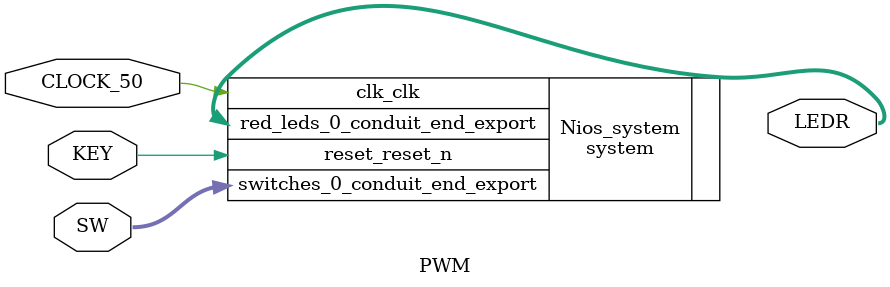
<source format=v>
module PWM (

	input CLOCK_50,
	input [0:0] KEY,
	input [15:0] SW,
	output [15:0] LEDR
);

system Nios_system(
	.clk_clk	(CLOCK_50),
	.reset_reset_n (KEY[0]),
	.red_leds_0_conduit_end_export (LEDR),
	.switches_0_conduit_end_export (SW)
);

endmodule
</source>
